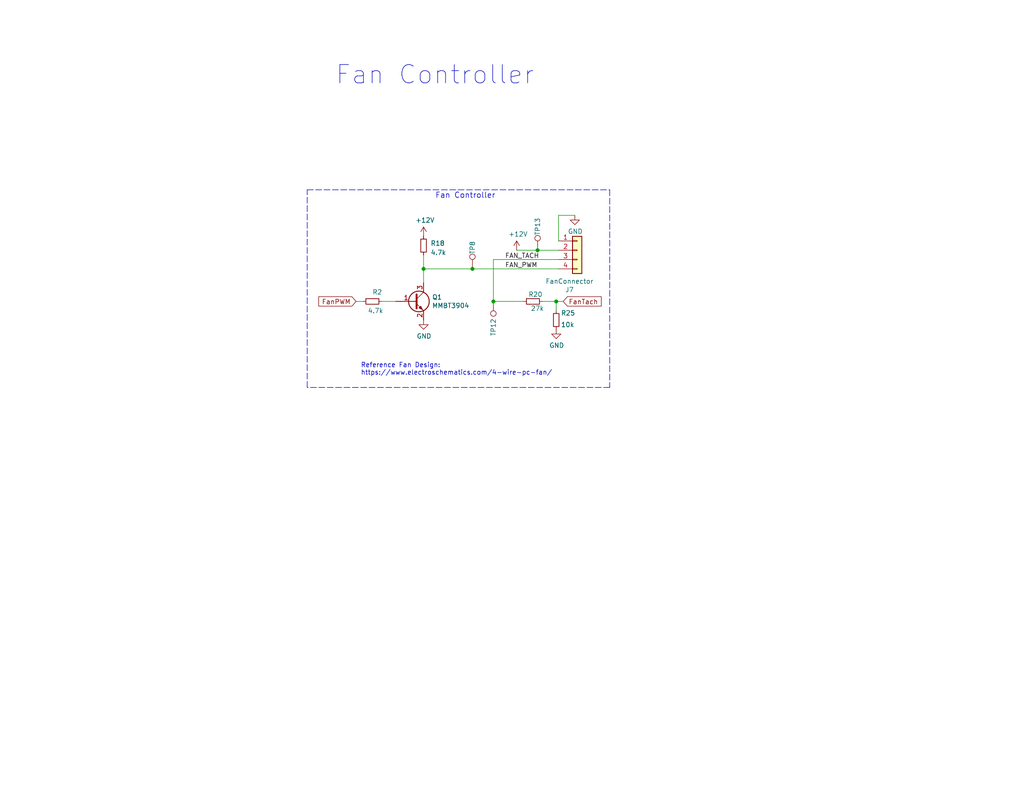
<source format=kicad_sch>
(kicad_sch (version 20211123) (generator eeschema)

  (uuid 2dcf1765-14f2-4d47-8990-6f9b27a3c125)

  (paper "A")

  (title_block
    (title "MCU & Fan")
    (date "2022-07-28")
    (rev "10")
    (company "Mycroft AI")
    (comment 1 "SJ-201")
  )

  (lib_symbols
    (symbol "Connector:TestPoint" (pin_numbers hide) (pin_names (offset 0.762) hide) (in_bom yes) (on_board yes)
      (property "Reference" "TP" (id 0) (at 0 6.858 0)
        (effects (font (size 1.27 1.27)))
      )
      (property "Value" "TestPoint" (id 1) (at 0 5.08 0)
        (effects (font (size 1.27 1.27)))
      )
      (property "Footprint" "" (id 2) (at 5.08 0 0)
        (effects (font (size 1.27 1.27)) hide)
      )
      (property "Datasheet" "~" (id 3) (at 5.08 0 0)
        (effects (font (size 1.27 1.27)) hide)
      )
      (property "ki_keywords" "test point tp" (id 4) (at 0 0 0)
        (effects (font (size 1.27 1.27)) hide)
      )
      (property "ki_description" "test point" (id 5) (at 0 0 0)
        (effects (font (size 1.27 1.27)) hide)
      )
      (property "ki_fp_filters" "Pin* Test*" (id 6) (at 0 0 0)
        (effects (font (size 1.27 1.27)) hide)
      )
      (symbol "TestPoint_0_1"
        (circle (center 0 3.302) (radius 0.762)
          (stroke (width 0) (type default) (color 0 0 0 0))
          (fill (type none))
        )
      )
      (symbol "TestPoint_1_1"
        (pin passive line (at 0 0 90) (length 2.54)
          (name "1" (effects (font (size 1.27 1.27))))
          (number "1" (effects (font (size 1.27 1.27))))
        )
      )
    )
    (symbol "Connector_Generic:Conn_01x04" (pin_names (offset 1.016) hide) (in_bom yes) (on_board yes)
      (property "Reference" "J" (id 0) (at 0 5.08 0)
        (effects (font (size 1.27 1.27)))
      )
      (property "Value" "Conn_01x04" (id 1) (at 0 -7.62 0)
        (effects (font (size 1.27 1.27)))
      )
      (property "Footprint" "" (id 2) (at 0 0 0)
        (effects (font (size 1.27 1.27)) hide)
      )
      (property "Datasheet" "~" (id 3) (at 0 0 0)
        (effects (font (size 1.27 1.27)) hide)
      )
      (property "ki_keywords" "connector" (id 4) (at 0 0 0)
        (effects (font (size 1.27 1.27)) hide)
      )
      (property "ki_description" "Generic connector, single row, 01x04, script generated (kicad-library-utils/schlib/autogen/connector/)" (id 5) (at 0 0 0)
        (effects (font (size 1.27 1.27)) hide)
      )
      (property "ki_fp_filters" "Connector*:*_1x??_*" (id 6) (at 0 0 0)
        (effects (font (size 1.27 1.27)) hide)
      )
      (symbol "Conn_01x04_1_1"
        (rectangle (start -1.27 -4.953) (end 0 -5.207)
          (stroke (width 0.1524) (type default) (color 0 0 0 0))
          (fill (type none))
        )
        (rectangle (start -1.27 -2.413) (end 0 -2.667)
          (stroke (width 0.1524) (type default) (color 0 0 0 0))
          (fill (type none))
        )
        (rectangle (start -1.27 0.127) (end 0 -0.127)
          (stroke (width 0.1524) (type default) (color 0 0 0 0))
          (fill (type none))
        )
        (rectangle (start -1.27 2.667) (end 0 2.413)
          (stroke (width 0.1524) (type default) (color 0 0 0 0))
          (fill (type none))
        )
        (rectangle (start -1.27 3.81) (end 1.27 -6.35)
          (stroke (width 0.254) (type default) (color 0 0 0 0))
          (fill (type background))
        )
        (pin passive line (at -5.08 2.54 0) (length 3.81)
          (name "Pin_1" (effects (font (size 1.27 1.27))))
          (number "1" (effects (font (size 1.27 1.27))))
        )
        (pin passive line (at -5.08 0 0) (length 3.81)
          (name "Pin_2" (effects (font (size 1.27 1.27))))
          (number "2" (effects (font (size 1.27 1.27))))
        )
        (pin passive line (at -5.08 -2.54 0) (length 3.81)
          (name "Pin_3" (effects (font (size 1.27 1.27))))
          (number "3" (effects (font (size 1.27 1.27))))
        )
        (pin passive line (at -5.08 -5.08 0) (length 3.81)
          (name "Pin_4" (effects (font (size 1.27 1.27))))
          (number "4" (effects (font (size 1.27 1.27))))
        )
      )
    )
    (symbol "Device:R_Small" (pin_numbers hide) (pin_names (offset 0.254) hide) (in_bom yes) (on_board yes)
      (property "Reference" "R" (id 0) (at 0.762 0.508 0)
        (effects (font (size 1.27 1.27)) (justify left))
      )
      (property "Value" "R_Small" (id 1) (at 0.762 -1.016 0)
        (effects (font (size 1.27 1.27)) (justify left))
      )
      (property "Footprint" "" (id 2) (at 0 0 0)
        (effects (font (size 1.27 1.27)) hide)
      )
      (property "Datasheet" "~" (id 3) (at 0 0 0)
        (effects (font (size 1.27 1.27)) hide)
      )
      (property "ki_keywords" "R resistor" (id 4) (at 0 0 0)
        (effects (font (size 1.27 1.27)) hide)
      )
      (property "ki_description" "Resistor, small symbol" (id 5) (at 0 0 0)
        (effects (font (size 1.27 1.27)) hide)
      )
      (property "ki_fp_filters" "R_*" (id 6) (at 0 0 0)
        (effects (font (size 1.27 1.27)) hide)
      )
      (symbol "R_Small_0_1"
        (rectangle (start -0.762 1.778) (end 0.762 -1.778)
          (stroke (width 0.2032) (type default) (color 0 0 0 0))
          (fill (type none))
        )
      )
      (symbol "R_Small_1_1"
        (pin passive line (at 0 2.54 270) (length 0.762)
          (name "~" (effects (font (size 1.27 1.27))))
          (number "1" (effects (font (size 1.27 1.27))))
        )
        (pin passive line (at 0 -2.54 90) (length 0.762)
          (name "~" (effects (font (size 1.27 1.27))))
          (number "2" (effects (font (size 1.27 1.27))))
        )
      )
    )
    (symbol "Transistor_BJT:MMBT3904" (pin_names (offset 0) hide) (in_bom yes) (on_board yes)
      (property "Reference" "Q" (id 0) (at 5.08 1.905 0)
        (effects (font (size 1.27 1.27)) (justify left))
      )
      (property "Value" "MMBT3904" (id 1) (at 5.08 0 0)
        (effects (font (size 1.27 1.27)) (justify left))
      )
      (property "Footprint" "Package_TO_SOT_SMD:SOT-23" (id 2) (at 5.08 -1.905 0)
        (effects (font (size 1.27 1.27) italic) (justify left) hide)
      )
      (property "Datasheet" "https://www.onsemi.com/pub/Collateral/2N3903-D.PDF" (id 3) (at 0 0 0)
        (effects (font (size 1.27 1.27)) (justify left) hide)
      )
      (property "ki_keywords" "NPN Transistor" (id 4) (at 0 0 0)
        (effects (font (size 1.27 1.27)) hide)
      )
      (property "ki_description" "0.2A Ic, 40V Vce, Small Signal NPN Transistor, SOT-23" (id 5) (at 0 0 0)
        (effects (font (size 1.27 1.27)) hide)
      )
      (property "ki_fp_filters" "SOT?23*" (id 6) (at 0 0 0)
        (effects (font (size 1.27 1.27)) hide)
      )
      (symbol "MMBT3904_0_1"
        (polyline
          (pts
            (xy 0.635 0.635)
            (xy 2.54 2.54)
          )
          (stroke (width 0) (type default) (color 0 0 0 0))
          (fill (type none))
        )
        (polyline
          (pts
            (xy 0.635 -0.635)
            (xy 2.54 -2.54)
            (xy 2.54 -2.54)
          )
          (stroke (width 0) (type default) (color 0 0 0 0))
          (fill (type none))
        )
        (polyline
          (pts
            (xy 0.635 1.905)
            (xy 0.635 -1.905)
            (xy 0.635 -1.905)
          )
          (stroke (width 0.508) (type default) (color 0 0 0 0))
          (fill (type none))
        )
        (polyline
          (pts
            (xy 1.27 -1.778)
            (xy 1.778 -1.27)
            (xy 2.286 -2.286)
            (xy 1.27 -1.778)
            (xy 1.27 -1.778)
          )
          (stroke (width 0) (type default) (color 0 0 0 0))
          (fill (type outline))
        )
        (circle (center 1.27 0) (radius 2.8194)
          (stroke (width 0.254) (type default) (color 0 0 0 0))
          (fill (type none))
        )
      )
      (symbol "MMBT3904_1_1"
        (pin input line (at -5.08 0 0) (length 5.715)
          (name "B" (effects (font (size 1.27 1.27))))
          (number "1" (effects (font (size 1.27 1.27))))
        )
        (pin passive line (at 2.54 -5.08 90) (length 2.54)
          (name "E" (effects (font (size 1.27 1.27))))
          (number "2" (effects (font (size 1.27 1.27))))
        )
        (pin passive line (at 2.54 5.08 270) (length 2.54)
          (name "C" (effects (font (size 1.27 1.27))))
          (number "3" (effects (font (size 1.27 1.27))))
        )
      )
    )
    (symbol "power:+12V" (power) (pin_names (offset 0)) (in_bom yes) (on_board yes)
      (property "Reference" "#PWR" (id 0) (at 0 -3.81 0)
        (effects (font (size 1.27 1.27)) hide)
      )
      (property "Value" "+12V" (id 1) (at 0 3.556 0)
        (effects (font (size 1.27 1.27)))
      )
      (property "Footprint" "" (id 2) (at 0 0 0)
        (effects (font (size 1.27 1.27)) hide)
      )
      (property "Datasheet" "" (id 3) (at 0 0 0)
        (effects (font (size 1.27 1.27)) hide)
      )
      (property "ki_keywords" "power-flag" (id 4) (at 0 0 0)
        (effects (font (size 1.27 1.27)) hide)
      )
      (property "ki_description" "Power symbol creates a global label with name \"+12V\"" (id 5) (at 0 0 0)
        (effects (font (size 1.27 1.27)) hide)
      )
      (symbol "+12V_0_1"
        (polyline
          (pts
            (xy -0.762 1.27)
            (xy 0 2.54)
          )
          (stroke (width 0) (type default) (color 0 0 0 0))
          (fill (type none))
        )
        (polyline
          (pts
            (xy 0 0)
            (xy 0 2.54)
          )
          (stroke (width 0) (type default) (color 0 0 0 0))
          (fill (type none))
        )
        (polyline
          (pts
            (xy 0 2.54)
            (xy 0.762 1.27)
          )
          (stroke (width 0) (type default) (color 0 0 0 0))
          (fill (type none))
        )
      )
      (symbol "+12V_1_1"
        (pin power_in line (at 0 0 90) (length 0) hide
          (name "+12V" (effects (font (size 1.27 1.27))))
          (number "1" (effects (font (size 1.27 1.27))))
        )
      )
    )
    (symbol "power:GND" (power) (pin_names (offset 0)) (in_bom yes) (on_board yes)
      (property "Reference" "#PWR" (id 0) (at 0 -6.35 0)
        (effects (font (size 1.27 1.27)) hide)
      )
      (property "Value" "GND" (id 1) (at 0 -3.81 0)
        (effects (font (size 1.27 1.27)))
      )
      (property "Footprint" "" (id 2) (at 0 0 0)
        (effects (font (size 1.27 1.27)) hide)
      )
      (property "Datasheet" "" (id 3) (at 0 0 0)
        (effects (font (size 1.27 1.27)) hide)
      )
      (property "ki_keywords" "power-flag" (id 4) (at 0 0 0)
        (effects (font (size 1.27 1.27)) hide)
      )
      (property "ki_description" "Power symbol creates a global label with name \"GND\" , ground" (id 5) (at 0 0 0)
        (effects (font (size 1.27 1.27)) hide)
      )
      (symbol "GND_0_1"
        (polyline
          (pts
            (xy 0 0)
            (xy 0 -1.27)
            (xy 1.27 -1.27)
            (xy 0 -2.54)
            (xy -1.27 -1.27)
            (xy 0 -1.27)
          )
          (stroke (width 0) (type default) (color 0 0 0 0))
          (fill (type none))
        )
      )
      (symbol "GND_1_1"
        (pin power_in line (at 0 0 270) (length 0) hide
          (name "GND" (effects (font (size 1.27 1.27))))
          (number "1" (effects (font (size 1.27 1.27))))
        )
      )
    )
  )

  (junction (at 151.765 82.296) (diameter 0) (color 0 0 0 0)
    (uuid 358f0bbe-cc47-4fa1-b3c8-33af74d9515f)
  )
  (junction (at 134.62 82.296) (diameter 0) (color 0 0 0 0)
    (uuid c43f35f3-8008-4d09-8ae7-2df31fa34678)
  )
  (junction (at 128.905 73.406) (diameter 0) (color 0 0 0 0)
    (uuid c80e2363-2d65-4574-9a26-a1434736f404)
  )
  (junction (at 146.685 68.326) (diameter 0) (color 0 0 0 0)
    (uuid d2b75fa0-2d9c-47d5-8ec3-fa84d1118da0)
  )
  (junction (at 115.57 73.406) (diameter 0) (color 0 0 0 0)
    (uuid ef3679b5-c5a5-4780-a251-b08cc8123b50)
  )

  (polyline (pts (xy 166.37 105.791) (xy 83.82 105.791))
    (stroke (width 0) (type default) (color 0 0 0 0))
    (uuid 0596fa12-5324-4609-b77a-daa60e28b9f0)
  )

  (wire (pts (xy 115.57 73.406) (xy 115.57 77.216))
    (stroke (width 0) (type default) (color 0 0 0 0))
    (uuid 24e9a7af-a648-4d68-9c71-28f6509e9ea2)
  )
  (wire (pts (xy 156.845 58.801) (xy 152.4 58.801))
    (stroke (width 0) (type default) (color 0 0 0 0))
    (uuid 304999fe-1e0e-4678-93e2-c63ed9dfaa84)
  )
  (polyline (pts (xy 83.82 105.791) (xy 83.82 51.816))
    (stroke (width 0) (type default) (color 0 0 0 0))
    (uuid 379724aa-5c25-4a68-b2e0-9c0d96eaf107)
  )

  (wire (pts (xy 153.67 82.296) (xy 151.765 82.296))
    (stroke (width 0) (type default) (color 0 0 0 0))
    (uuid 468fa5be-4805-4541-a9ef-eede2ec58a44)
  )
  (wire (pts (xy 128.905 73.406) (xy 115.57 73.406))
    (stroke (width 0) (type default) (color 0 0 0 0))
    (uuid 51e1a6b6-87e3-49e8-85d7-bbde50257258)
  )
  (wire (pts (xy 134.62 70.866) (xy 134.62 82.296))
    (stroke (width 0) (type default) (color 0 0 0 0))
    (uuid 5d0f8729-1025-4a52-9eca-ce77cc49b523)
  )
  (wire (pts (xy 152.4 70.866) (xy 134.62 70.866))
    (stroke (width 0) (type default) (color 0 0 0 0))
    (uuid 5df08e4d-3d67-4b57-94b5-39781b81bbb2)
  )
  (wire (pts (xy 115.57 69.596) (xy 115.57 73.406))
    (stroke (width 0) (type default) (color 0 0 0 0))
    (uuid 6a08112d-ae86-4846-83bd-406ef80535a0)
  )
  (wire (pts (xy 152.4 68.326) (xy 146.685 68.326))
    (stroke (width 0) (type default) (color 0 0 0 0))
    (uuid 6b45d24f-dc3b-4e4a-aa75-668025f5989d)
  )
  (polyline (pts (xy 166.37 51.816) (xy 166.37 105.791))
    (stroke (width 0) (type default) (color 0 0 0 0))
    (uuid 6ea05974-236e-47c3-a7a9-f04877ccae80)
  )

  (wire (pts (xy 134.62 82.296) (xy 142.875 82.296))
    (stroke (width 0) (type default) (color 0 0 0 0))
    (uuid 7347a370-252b-4c13-8a0f-264f630aa794)
  )
  (wire (pts (xy 107.95 82.296) (xy 104.14 82.296))
    (stroke (width 0) (type default) (color 0 0 0 0))
    (uuid 7e6092cb-56c4-48c7-aa27-e9c55f45d1ec)
  )
  (wire (pts (xy 151.765 82.296) (xy 147.955 82.296))
    (stroke (width 0) (type default) (color 0 0 0 0))
    (uuid 89754d71-2a03-4b69-a77c-3e48799d6a68)
  )
  (polyline (pts (xy 83.82 51.816) (xy 166.37 51.816))
    (stroke (width 0) (type default) (color 0 0 0 0))
    (uuid 95661a66-39e2-4d29-a390-dda3da2d3d30)
  )

  (wire (pts (xy 99.06 82.296) (xy 97.155 82.296))
    (stroke (width 0) (type default) (color 0 0 0 0))
    (uuid 9ae5ce7f-250d-469b-b50c-44f2f30ae7de)
  )
  (wire (pts (xy 146.685 68.326) (xy 140.97 68.326))
    (stroke (width 0) (type default) (color 0 0 0 0))
    (uuid ea9af7d6-b396-4bdc-9a49-e50578263d84)
  )
  (wire (pts (xy 152.4 73.406) (xy 128.905 73.406))
    (stroke (width 0) (type default) (color 0 0 0 0))
    (uuid f0667a5f-28d9-475a-89f9-f2e3b51456c8)
  )
  (wire (pts (xy 151.765 84.836) (xy 151.765 82.296))
    (stroke (width 0) (type default) (color 0 0 0 0))
    (uuid f848ccda-2b24-4baf-b0e3-63349154f6da)
  )
  (wire (pts (xy 152.4 58.801) (xy 152.4 65.786))
    (stroke (width 0) (type default) (color 0 0 0 0))
    (uuid f98b4d3a-397e-403d-ab6e-dcc077557a48)
  )

  (text "Fan Controller" (at 91.44 23.495 0)
    (effects (font (size 5.0038 5.0038)) (justify left bottom))
    (uuid 37a5ae06-bff3-42c6-bb9b-e112de538eb8)
  )
  (text "Reference Fan Design:\nhttps://www.electroschematics.com/4-wire-pc-fan/"
    (at 98.425 102.616 0)
    (effects (font (size 1.27 1.27)) (justify left bottom))
    (uuid 43df1690-dc7e-47f4-aada-ff7e1a213e0f)
  )
  (text "Reference Design for level shifter\nhttp://cdn.sparkfun.com/datasheets/BreakoutBoards/Logic_Level_Bidirectional.pdf"
    (at 284.48 62.865 0)
    (effects (font (size 1.27 1.27)) (justify left bottom))
    (uuid 6f023e3c-4595-47a4-8a7e-83f319f996f0)
  )
  (text "Fan Controller" (at 118.745 54.356 0)
    (effects (font (size 1.4986 1.4986)) (justify left bottom))
    (uuid 9896d9bd-2fdc-432f-8379-87bf5cdea624)
  )

  (label "FAN_PWM" (at 137.795 73.406 0)
    (effects (font (size 1.27 1.27)) (justify left bottom))
    (uuid 1bcc500c-2362-4ad5-aa0f-e4c6bc585d38)
  )
  (label "FAN_TACH" (at 137.795 70.866 0)
    (effects (font (size 1.27 1.27)) (justify left bottom))
    (uuid 7194ca41-cadc-4664-87f8-818bafe58027)
  )

  (global_label "FanTach" (shape input) (at 153.67 82.296 0) (fields_autoplaced)
    (effects (font (size 1.2954 1.2954)) (justify left))
    (uuid 6105ccba-fc6d-4fc1-8708-9ed8487642f7)
    (property "Intersheet References" "${INTERSHEET_REFS}" (id 0) (at 57.15 -87.249 0)
      (effects (font (size 1.27 1.27)) hide)
    )
  )
  (global_label "FanPWM" (shape input) (at 97.155 82.296 180) (fields_autoplaced)
    (effects (font (size 1.2954 1.2954)) (justify right))
    (uuid 917fa727-05c9-400d-9a1f-67821586403c)
    (property "Intersheet References" "${INTERSHEET_REFS}" (id 0) (at 57.15 -87.249 0)
      (effects (font (size 1.27 1.27)) hide)
    )
  )

  (symbol (lib_id "Transistor_BJT:MMBT3904") (at 113.03 82.296 0) (unit 1)
    (in_bom yes) (on_board yes)
    (uuid 00000000-0000-0000-0000-00005fd46665)
    (property "Reference" "Q1" (id 0) (at 117.8814 81.1276 0)
      (effects (font (size 1.27 1.27)) (justify left))
    )
    (property "Value" "MMBT3904" (id 1) (at 117.8814 83.439 0)
      (effects (font (size 1.27 1.27)) (justify left))
    )
    (property "Footprint" "Package_TO_SOT_SMD:SOT-23" (id 2) (at 118.11 84.201 0)
      (effects (font (size 1.27 1.27) italic) (justify left) hide)
    )
    (property "Datasheet" "" (id 3) (at 113.03 82.296 0)
      (effects (font (size 1.27 1.27)) (justify left) hide)
    )
    (property "LCSC" "C382281" (id 4) (at 113.03 82.296 0)
      (effects (font (size 1.27 1.27)) hide)
    )
    (property "MPN" "MMBT3904" (id 5) (at 113.03 82.296 0)
      (effects (font (size 1.27 1.27)) hide)
    )
    (property "Link" "https://lcsc.com/product-detail/New-Arrivals_KEXIN-MMBT3904_C382281.html" (id 6) (at 113.03 82.296 0)
      (effects (font (size 1.27 1.27)) hide)
    )
    (pin "1" (uuid 3c223a54-d7e4-49bb-b39a-b163fb20409c))
    (pin "2" (uuid 63d206f1-a4c5-40ad-a350-dd56173d4829))
    (pin "3" (uuid 91aaf980-c07f-4458-bc8c-ca590a7320d1))
  )

  (symbol (lib_id "power:GND") (at 115.57 87.376 0) (unit 1)
    (in_bom yes) (on_board yes)
    (uuid 00000000-0000-0000-0000-00005fd4666b)
    (property "Reference" "#PWR0117" (id 0) (at 115.57 93.726 0)
      (effects (font (size 1.27 1.27)) hide)
    )
    (property "Value" "GND" (id 1) (at 115.697 91.7702 0))
    (property "Footprint" "" (id 2) (at 115.57 87.376 0)
      (effects (font (size 1.27 1.27)) hide)
    )
    (property "Datasheet" "" (id 3) (at 115.57 87.376 0)
      (effects (font (size 1.27 1.27)) hide)
    )
    (pin "1" (uuid b6cfac86-0fb0-46bb-b3bd-4bfb330f3bec))
  )

  (symbol (lib_id "Device:R_Small") (at 101.6 82.296 270) (unit 1)
    (in_bom yes) (on_board yes)
    (uuid 00000000-0000-0000-0000-00005fd46674)
    (property "Reference" "R2" (id 0) (at 101.6 79.756 90)
      (effects (font (size 1.27 1.27)) (justify left))
    )
    (property "Value" "4.7k" (id 1) (at 100.33 84.836 90)
      (effects (font (size 1.27 1.27)) (justify left))
    )
    (property "Footprint" "Resistor_SMD:R_0402_1005Metric" (id 2) (at 101.6 82.296 0)
      (effects (font (size 1.27 1.27)) hide)
    )
    (property "Datasheet" "~" (id 3) (at 101.6 82.296 0)
      (effects (font (size 1.27 1.27)) hide)
    )
    (property "MPN" "0402WGF4701TCE" (id 4) (at 101.6 82.296 0)
      (effects (font (size 1.27 1.27)) hide)
    )
    (property "LCSC" "C25900" (id 5) (at 101.6 82.296 0)
      (effects (font (size 1.27 1.27)) hide)
    )
    (property "Tempo" "RC0402JR-074K7L" (id 6) (at 101.6 82.296 0)
      (effects (font (size 1.27 1.27)) hide)
    )
    (pin "1" (uuid 72ab17be-b66a-4d44-b9c6-0c4868ee2106))
    (pin "2" (uuid c602d385-5ba0-4259-ba05-479a8c678323))
  )

  (symbol (lib_id "Device:R_Small") (at 115.57 67.056 0) (unit 1)
    (in_bom yes) (on_board yes)
    (uuid 00000000-0000-0000-0000-00005fd4667d)
    (property "Reference" "R18" (id 0) (at 117.475 66.421 0)
      (effects (font (size 1.27 1.27)) (justify left))
    )
    (property "Value" "4.7k" (id 1) (at 117.475 68.961 0)
      (effects (font (size 1.27 1.27)) (justify left))
    )
    (property "Footprint" "Resistor_SMD:R_0402_1005Metric" (id 2) (at 115.57 67.056 0)
      (effects (font (size 1.27 1.27)) hide)
    )
    (property "Datasheet" "~" (id 3) (at 115.57 67.056 0)
      (effects (font (size 1.27 1.27)) hide)
    )
    (property "MPN" "0402WGF4701TCE" (id 4) (at 115.57 67.056 0)
      (effects (font (size 1.27 1.27)) hide)
    )
    (property "LCSC" "C25900" (id 5) (at 115.57 67.056 0)
      (effects (font (size 1.27 1.27)) hide)
    )
    (property "Tempo" "RC0402JR-074K7L" (id 6) (at 115.57 67.056 0)
      (effects (font (size 1.27 1.27)) hide)
    )
    (pin "1" (uuid 6d64efd8-c3d3-454d-bcc6-da663dd650e2))
    (pin "2" (uuid 96a0a167-5b9e-41b5-8f73-334f5a3e4be3))
  )

  (symbol (lib_id "power:+12V") (at 140.97 68.326 0) (unit 1)
    (in_bom yes) (on_board yes)
    (uuid 00000000-0000-0000-0000-00005fd46683)
    (property "Reference" "#PWR0158" (id 0) (at 140.97 72.136 0)
      (effects (font (size 1.27 1.27)) hide)
    )
    (property "Value" "+12V" (id 1) (at 141.351 63.9318 0))
    (property "Footprint" "" (id 2) (at 140.97 68.326 0)
      (effects (font (size 1.27 1.27)) hide)
    )
    (property "Datasheet" "" (id 3) (at 140.97 68.326 0)
      (effects (font (size 1.27 1.27)) hide)
    )
    (pin "1" (uuid ea3f5c37-7692-4325-a25f-ac13e7cd828b))
  )

  (symbol (lib_id "Connector_Generic:Conn_01x04") (at 157.48 68.326 0) (unit 1)
    (in_bom yes) (on_board yes)
    (uuid 00000000-0000-0000-0000-00005fd4668d)
    (property "Reference" "J7" (id 0) (at 155.3972 79.121 0))
    (property "Value" "FanConnector" (id 1) (at 155.3972 76.8096 0))
    (property "Footprint" "Mycroft:FanPinHeader_1x04_P2.54mm_Vertical" (id 2) (at 157.48 68.326 0)
      (effects (font (size 1.27 1.27)) hide)
    )
    (property "Datasheet" "~" (id 3) (at 157.48 68.326 0)
      (effects (font (size 1.27 1.27)) hide)
    )
    (property "MPN" "744-81-04TG1B" (id 4) (at 157.48 68.326 0)
      (effects (font (size 1.27 1.27)) hide)
    )
    (property "LCSC" "C402775" (id 5) (at 157.48 68.326 0)
      (effects (font (size 1.27 1.27)) hide)
    )
    (pin "1" (uuid 368e3026-d96c-4428-a4df-cd90eaf5a930))
    (pin "2" (uuid c79aaeca-3f0b-4049-82fc-90802792f67b))
    (pin "3" (uuid 2bd461db-86cc-4c5b-b82a-c78256f5effa))
    (pin "4" (uuid 54ba26c5-0ce7-46bc-80ae-0054c2ff11d1))
  )

  (symbol (lib_id "power:GND") (at 156.845 58.801 0) (unit 1)
    (in_bom yes) (on_board yes)
    (uuid 00000000-0000-0000-0000-00005fd46694)
    (property "Reference" "#PWR0159" (id 0) (at 156.845 65.151 0)
      (effects (font (size 1.27 1.27)) hide)
    )
    (property "Value" "GND" (id 1) (at 156.972 63.1952 0))
    (property "Footprint" "" (id 2) (at 156.845 58.801 0)
      (effects (font (size 1.27 1.27)) hide)
    )
    (property "Datasheet" "" (id 3) (at 156.845 58.801 0)
      (effects (font (size 1.27 1.27)) hide)
    )
    (pin "1" (uuid 97c425d7-ae93-4c83-ba11-d83503bf0e98))
  )

  (symbol (lib_id "power:+12V") (at 115.57 64.516 0) (unit 1)
    (in_bom yes) (on_board yes)
    (uuid 00000000-0000-0000-0000-00005fd4669f)
    (property "Reference" "#PWR0188" (id 0) (at 115.57 68.326 0)
      (effects (font (size 1.27 1.27)) hide)
    )
    (property "Value" "+12V" (id 1) (at 115.951 60.1218 0))
    (property "Footprint" "" (id 2) (at 115.57 64.516 0)
      (effects (font (size 1.27 1.27)) hide)
    )
    (property "Datasheet" "" (id 3) (at 115.57 64.516 0)
      (effects (font (size 1.27 1.27)) hide)
    )
    (pin "1" (uuid 340e6e60-bb10-49c6-a2dd-2ef86b9dac75))
  )

  (symbol (lib_id "Device:R_Small") (at 145.415 82.296 270) (unit 1)
    (in_bom yes) (on_board yes)
    (uuid 00000000-0000-0000-0000-00005fd466ad)
    (property "Reference" "R20" (id 0) (at 144.145 80.391 90)
      (effects (font (size 1.27 1.27)) (justify left))
    )
    (property "Value" "27k" (id 1) (at 144.78 84.201 90)
      (effects (font (size 1.27 1.27)) (justify left))
    )
    (property "Footprint" "Resistor_SMD:R_0402_1005Metric" (id 2) (at 145.415 82.296 0)
      (effects (font (size 1.27 1.27)) hide)
    )
    (property "Datasheet" "~" (id 3) (at 145.415 82.296 0)
      (effects (font (size 1.27 1.27)) hide)
    )
    (property "LCSC" "C25771" (id 4) (at 145.415 82.296 0)
      (effects (font (size 1.27 1.27)) hide)
    )
    (property "MPN" "0402WGF2702TCE" (id 5) (at 145.415 82.296 0)
      (effects (font (size 1.27 1.27)) hide)
    )
    (pin "1" (uuid adda1bac-cf54-40ec-8a07-01f0a7a8b620))
    (pin "2" (uuid 02746b11-c1ed-486d-81f9-078978059f9b))
  )

  (symbol (lib_id "power:GND") (at 151.765 89.916 0) (unit 1)
    (in_bom yes) (on_board yes)
    (uuid 00000000-0000-0000-0000-00005fd466b3)
    (property "Reference" "#PWR0189" (id 0) (at 151.765 96.266 0)
      (effects (font (size 1.27 1.27)) hide)
    )
    (property "Value" "GND" (id 1) (at 151.892 94.3102 0))
    (property "Footprint" "" (id 2) (at 151.765 89.916 0)
      (effects (font (size 1.27 1.27)) hide)
    )
    (property "Datasheet" "" (id 3) (at 151.765 89.916 0)
      (effects (font (size 1.27 1.27)) hide)
    )
    (pin "1" (uuid 1e594674-b0ad-47bb-a246-9412d97ca2ab))
  )

  (symbol (lib_id "Device:R_Small") (at 151.765 87.376 0) (unit 1)
    (in_bom yes) (on_board yes)
    (uuid 00000000-0000-0000-0000-00005fd466bb)
    (property "Reference" "R25" (id 0) (at 153.035 85.471 0)
      (effects (font (size 1.27 1.27)) (justify left))
    )
    (property "Value" "10k" (id 1) (at 153.035 88.646 0)
      (effects (font (size 1.27 1.27)) (justify left))
    )
    (property "Footprint" "Resistor_SMD:R_0402_1005Metric" (id 2) (at 151.765 87.376 0)
      (effects (font (size 1.27 1.27)) hide)
    )
    (property "Datasheet" "~" (id 3) (at 151.765 87.376 0)
      (effects (font (size 1.27 1.27)) hide)
    )
    (property "MPN" "RC0402FR-0710KL" (id 4) (at 151.765 87.376 0)
      (effects (font (size 1.27 1.27)) hide)
    )
    (property "LCSC" "C25744" (id 5) (at 151.765 87.376 0)
      (effects (font (size 1.27 1.27)) hide)
    )
    (pin "1" (uuid de681abe-c434-49b7-b6df-ce62e8dbbf10))
    (pin "2" (uuid 0f2fb96f-1efd-42c6-bf69-f7bb61d1f63f))
  )

  (symbol (lib_id "Connector:TestPoint") (at 128.905 73.406 0) (unit 1)
    (in_bom yes) (on_board yes)
    (uuid 00000000-0000-0000-0000-0000618d79a5)
    (property "Reference" "TP8" (id 0) (at 128.905 65.786 90)
      (effects (font (size 1.27 1.27)) (justify right))
    )
    (property "Value" "TestPoint" (id 1) (at 128.905 54.356 90)
      (effects (font (size 1.27 1.27)) (justify right) hide)
    )
    (property "Footprint" "TestPoint:TestPoint_Pad_D1.0mm" (id 2) (at 133.985 73.406 0)
      (effects (font (size 1.27 1.27)) hide)
    )
    (property "Datasheet" "~" (id 3) (at 133.985 73.406 0)
      (effects (font (size 1.27 1.27)) hide)
    )
    (property "MPN" "DNP" (id 4) (at 128.905 73.406 0)
      (effects (font (size 1.27 1.27)) hide)
    )
    (pin "1" (uuid 0641ab6e-ef1c-4360-a1cf-c0247a0bf114))
  )

  (symbol (lib_id "Connector:TestPoint") (at 134.62 82.296 180) (unit 1)
    (in_bom yes) (on_board yes)
    (uuid 00000000-0000-0000-0000-0000618d968f)
    (property "Reference" "TP12" (id 0) (at 134.62 91.821 90)
      (effects (font (size 1.27 1.27)) (justify right))
    )
    (property "Value" "TestPoint" (id 1) (at 134.62 101.346 90)
      (effects (font (size 1.27 1.27)) (justify right) hide)
    )
    (property "Footprint" "TestPoint:TestPoint_Pad_D1.0mm" (id 2) (at 129.54 82.296 0)
      (effects (font (size 1.27 1.27)) hide)
    )
    (property "Datasheet" "~" (id 3) (at 129.54 82.296 0)
      (effects (font (size 1.27 1.27)) hide)
    )
    (property "MPN" "DNP" (id 4) (at 134.62 82.296 0)
      (effects (font (size 1.27 1.27)) hide)
    )
    (pin "1" (uuid aab73ab3-5328-452b-bee1-1d6b315488a2))
  )

  (symbol (lib_id "Connector:TestPoint") (at 146.685 68.326 0) (unit 1)
    (in_bom yes) (on_board yes)
    (uuid 00000000-0000-0000-0000-0000618d9c6a)
    (property "Reference" "TP13" (id 0) (at 146.685 59.436 90)
      (effects (font (size 1.27 1.27)) (justify right))
    )
    (property "Value" "TestPoint" (id 1) (at 146.685 49.276 90)
      (effects (font (size 1.27 1.27)) (justify right) hide)
    )
    (property "Footprint" "TestPoint:TestPoint_Pad_D1.0mm" (id 2) (at 151.765 68.326 0)
      (effects (font (size 1.27 1.27)) hide)
    )
    (property "Datasheet" "~" (id 3) (at 151.765 68.326 0)
      (effects (font (size 1.27 1.27)) hide)
    )
    (property "MPN" "DNP" (id 4) (at 146.685 68.326 0)
      (effects (font (size 1.27 1.27)) hide)
    )
    (pin "1" (uuid 93d0c0f8-ef11-485e-b7de-bb4228938c79))
  )
)

</source>
